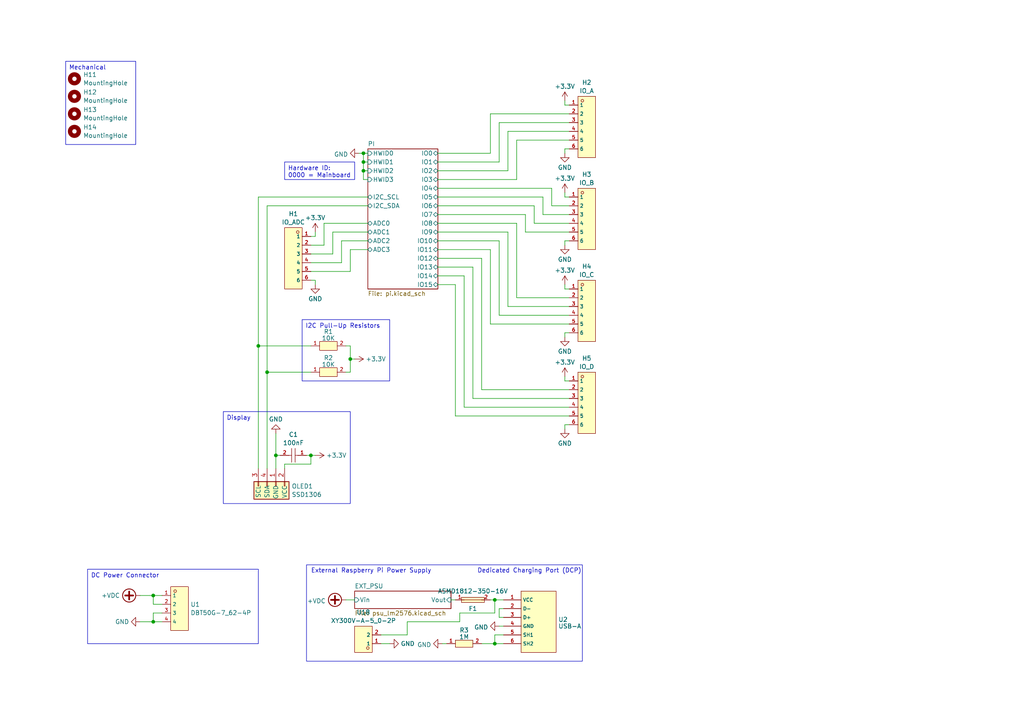
<source format=kicad_sch>
(kicad_sch (version 20230121) (generator eeschema)
  (paper "A4")
  (title_block (title "Dispensy Mainboard") (date "2024-01-21") (rev "0") (company "DrinkRobotics") (comment 1 "https://git.xythobuz.de/thomas/Dispensy") (comment 2 "Licensed under the CERN-OHL-S-2.0+") (comment 3 "PCB Thickness: 1mm") (comment 4 "Copyright (c) 2023 - 2024 Thomas Buck <thomas@xythobuz.de>"))
  (lib_symbols
    (symbol "Mechanical:MountingHole" (pin_names (offset 1.016))
      (property "Reference" "H" (at 0 5.08 0))
      (property "Value" "MountingHole" (at 0 3.175 0))
      (symbol "MountingHole_0_1"
        (circle (center 0 0) (radius 1.27) (stroke (width 1.27)))
      )
    )
    (symbol "SSD1306:SSD1306" (pin_names (offset 1.016))
      (property "Reference" "OLED" (at 0 5.08 0))
      (property "Value" "SSD1306" (at 0 -7.62 0))
      (symbol "SSD1306_1_1"
        (rectangle (start -1.27 -4.953) (end 0 -5.207) (stroke (width 0.1524)))
        (rectangle (start -1.27 -2.413) (end 0 -2.667) (stroke (width 0.1524)))
        (rectangle (start -1.27 0.127) (end 0 -0.127) (stroke (width 0.1524)))
        (rectangle (start -1.27 2.667) (end 0 2.413) (stroke (width 0.1524)))
        (rectangle (start -1.27 3.81) (end 3.81 -6.35) (stroke (width 0.254)) (fill (type background)))
        (pin power_in line (at -5.08 0 0) (length 3.81) (name "GND") (number "1"))
        (pin power_in line (at -5.08 2.54 0) (length 3.81) (name "VCC") (number "2"))
        (pin input line (at -5.08 -5.08 0) (length 3.81) (name "SCL") (number "3"))
        (pin bidirectional line (at -5.08 -2.54 0) (length 3.81) (name "SDA") (number "4"))
      )
    )
    (symbol "jlc:AC0402FR-071ML" (pin_names hide)
      (property "Reference" "R" (at 0 1.27 0))
      (property "Value" "AC0402FR-071ML" (at 0 -2.54 0))
      (symbol "AC0402FR-071ML_0_1"
        (rectangle (start -2.54 1.016) (end 2.54 -1.016) (fill (type background)))
        (pin unspecified line (at -5.08 0 0) (length 2.54) (name "1") (number "1"))
        (pin unspecified line (at 5.08 0 180) (length 2.54) (name "2") (number "2"))
      )
    )
    (symbol "jlc:ASMD1812-350-16V" (pin_names hide)
      (property "Reference" "F" (at 0 1.27 0))
      (property "Value" "ASMD1812-350-16V" (at 0 -2.54 0))
      (symbol "ASMD1812-350-16V_0_1"
        (rectangle (start -3.302 0.762) (end 3.302 -0.762) (fill (type background)))
        (polyline (pts (xy -2.54 0) (xy 2.54 0)))
        (pin unspecified line (at -5.08 0 0) (length 2.54) (name "1") (number "1"))
        (pin unspecified line (at 5.08 0 180) (length 2.54) (name "2") (number "2"))
      )
    )
    (symbol "jlc:CC0402KRX7R8BB104" (pin_names hide)
      (property "Reference" "C" (at 0 1.27 0))
      (property "Value" "CC0402KRX7R8BB104" (at 0 -2.54 0))
      (symbol "CC0402KRX7R8BB104_0_1"
        (polyline (pts (xy -1.27 0) (xy -0.508 0)))
        (polyline (pts (xy -0.508 2.032) (xy -0.508 -2.032)))
        (polyline (pts (xy 0.508 0) (xy 1.27 0)))
        (polyline (pts (xy 0.508 2.032) (xy 0.508 -2.032)))
        (pin input line (at -3.81 0 0) (length 2.54) (name "1") (number "1"))
        (pin input line (at 3.81 0 180) (length 2.54) (name "2") (number "2"))
      )
    )
    (symbol "jlc:CR-02FL6---10K" (pin_names hide)
      (property "Reference" "R" (at 0 1.27 0))
      (property "Value" "CR-02FL6---10K" (at 0 -2.54 0))
      (symbol "CR-02FL6---10K_0_1"
        (rectangle (start -2.54 1.27) (end 2.54 -1.27) (fill (type background)))
        (pin unspecified line (at -5.08 0 0) (length 2.54) (name "1") (number "1"))
        (pin unspecified line (at 5.08 0 180) (length 2.54) (name "2") (number "2"))
      )
    )
    (symbol "jlc:DBT50G-7_62-4P"
      (property "Reference" "U" (at 0 1.27 0))
      (property "Value" "DBT50G-7_62-4P" (at 0 -2.54 0))
      (symbol "DBT50G-7_62-4P_0_1"
        (rectangle (start -2.54 6.35) (end 2.54 -6.35) (fill (type background)))
        (circle (center -1.27 5.08) (radius 0.381) (fill (type background)))
        (pin unspecified line (at -5.08 3.81 0) (length 2.54) (name "1") (number "1"))
        (pin unspecified line (at -5.08 1.27 0) (length 2.54) (name "2") (number "2"))
        (pin unspecified line (at -5.08 -1.27 0) (length 2.54) (name "3") (number "3"))
        (pin unspecified line (at -5.08 -3.81 0) (length 2.54) (name "4") (number "4"))
      )
    )
    (symbol "jlc:Header-Female-2_54_1x6"
      (property "Reference" "H" (at 0 1.27 0))
      (property "Value" "Header-Female-2_54_1x6" (at 0 -2.54 0))
      (symbol "Header-Female-2_54_1x6_0_1"
        (rectangle (start -2.54 8.89) (end 2.54 -8.89) (fill (type background)))
        (circle (center -1.27 7.62) (radius 0.381) (fill (type background)))
        (pin unspecified line (at -5.08 6.35 0) (length 2.54) (name "1") (number "1"))
        (pin unspecified line (at -5.08 3.81 0) (length 2.54) (name "2") (number "2"))
        (pin unspecified line (at -5.08 1.27 0) (length 2.54) (name "3") (number "3"))
        (pin unspecified line (at -5.08 -1.27 0) (length 2.54) (name "4") (number "4"))
        (pin unspecified line (at -5.08 -3.81 0) (length 2.54) (name "5") (number "5"))
        (pin unspecified line (at -5.08 -6.35 0) (length 2.54) (name "6") (number "6"))
      )
    )
    (symbol "jlc:U-USBAR04P-F000"
      (property "Reference" "U" (at 0 1.27 0))
      (property "Value" "U-USBAR04P-F000" (at 0 -2.54 0))
      (symbol "U-USBAR04P-F000_0_1"
        (rectangle (start -2.54 10.16) (end 7.62 -7.62) (fill (type background)))
        (pin unspecified line (at -7.62 7.62 0) (length 5.08) (name "VCC") (number "1"))
        (pin unspecified line (at -7.62 5.08 0) (length 5.08) (name "D-") (number "2"))
        (pin unspecified line (at -7.62 2.54 0) (length 5.08) (name "D+") (number "3"))
        (pin unspecified line (at -7.62 0 0) (length 5.08) (name "GND") (number "4"))
        (pin unspecified line (at -7.62 -2.54 0) (length 5.08) (name "SH1") (number "5"))
        (pin unspecified line (at -7.62 -5.08 0) (length 5.08) (name "SH2") (number "6"))
      )
    )
    (symbol "jlc:XY300V-A-5_0-2P"
      (property "Reference" "U" (at 0 1.27 0))
      (property "Value" "XY300V-A-5_0-2P" (at 0 -2.54 0))
      (symbol "XY300V-A-5_0-2P_0_1"
        (rectangle (start -2.54 3.81) (end 2.54 -3.81) (fill (type background)))
        (circle (center -1.27 2.54) (radius 0.381) (fill (type background)))
        (pin unspecified line (at -5.08 1.27 0) (length 2.54) (name "1") (number "1"))
        (pin unspecified line (at -5.08 -1.27 0) (length 2.54) (name "2") (number "2"))
      )
    )
    (symbol "power:+3.3V" (power) (pin_names (offset 0))
      (property "Value" "+3.3V" (at 0 3.556 0))
      (symbol "+3.3V_0_1"
        (polyline (pts (xy -0.762 1.27) (xy 0 2.54)))
        (polyline (pts (xy 0 0) (xy 0 2.54)))
        (polyline (pts (xy 0 2.54) (xy 0.762 1.27)))
      )
      (symbol "+3.3V_1_1"
        (pin power_in line (at 0 0 90) (length 0) hide (name "+3.3V") (number "1"))
      )
    )
    (symbol "power:+VDC" (power) (pin_names (offset 0))
      (property "Value" "+VDC" (at 0 6.35 0))
      (symbol "+VDC_0_1"
        (polyline (pts (xy -1.143 3.175) (xy 1.143 3.175)) (stroke (width 0.508)))
        (polyline (pts (xy 0 0) (xy 0 1.27)))
        (polyline (pts (xy 0 2.032) (xy 0 4.318)) (stroke (width 0.508)))
        (circle (center 0 3.175) (radius 1.905) (stroke (width 0.254)))
      )
      (symbol "+VDC_1_1"
        (pin power_in line (at 0 0 90) (length 0) hide (name "+VDC") (number "1"))
      )
    )
    (symbol "power:GND" (power) (pin_names (offset 0))
      (property "Value" "GND" (at 0 -3.81 0))
      (symbol "GND_0_1"
        (polyline (pts (xy 0 0) (xy 0 -1.27) (xy 1.27 -1.27) (xy 0 -2.54) (xy -1.27 -1.27) (xy 0 -1.27)))
      )
      (symbol "GND_1_1"
        (pin power_in line (at 0 0 270) (length 0) hide (name "GND") (number "1"))
      )
    )
  )
  (junction (at 44.45 172.72))
  (junction (at 101.6 104.14))
  (junction (at 44.45 180.34))
  (junction (at 77.47 107.95))
  (junction (at 143.51 186.69))
  (junction (at 74.93 100.33))
  (junction (at 105.41 46.99))
  (junction (at 105.41 49.53))
  (junction (at 80.01 132.08))
  (junction (at 90.17 132.08))
  (junction (at 105.41 44.45))
  (junction (at 143.51 173.99))
  (wire (pts (xy 110.49 184.15) (xy 118.11 184.15)))
  (wire (pts (xy 133.35 177.8) (xy 143.51 177.8)))
  (wire (pts (xy 143.51 186.69) (xy 139.7 186.69)))
  (wire (pts (xy 144.78 176.53) (xy 146.05 176.53)))
  (wire (pts (xy 104.14 44.45) (xy 105.41 44.45)))
  (wire (pts (xy 90.17 134.62) (xy 90.17 132.08)))
  (wire (pts (xy 147.32 49.53) (xy 127 49.53)))
  (wire (pts (xy 82.55 135.89) (xy 82.55 134.62)))
  (wire (pts (xy 165.1 88.9) (xy 147.32 88.9)))
  (wire (pts (xy 80.01 132.08) (xy 80.01 135.89)))
  (wire (pts (xy 44.45 177.8) (xy 44.45 180.34)))
  (wire (pts (xy 163.83 30.48) (xy 163.83 29.21)))
  (wire (pts (xy 163.83 43.18) (xy 163.83 44.45)))
  (wire (pts (xy 142.24 72.39) (xy 127 72.39)))
  (wire (pts (xy 144.78 69.85) (xy 127 69.85)))
  (wire (pts (xy 77.47 107.95) (xy 77.47 59.69)))
  (wire (pts (xy 46.99 177.8) (xy 44.45 177.8)))
  (wire (pts (xy 77.47 59.69) (xy 106.68 59.69)))
  (wire (pts (xy 163.83 110.49) (xy 163.83 109.22)))
  (wire (pts (xy 100.33 107.95) (xy 101.6 107.95)))
  (wire (pts (xy 133.35 180.34) (xy 133.35 177.8)))
  (wire (pts (xy 101.6 78.74) (xy 101.6 72.39)))
  (wire (pts (xy 147.32 88.9) (xy 147.32 67.31)))
  (wire (pts (xy 77.47 107.95) (xy 90.17 107.95)))
  (wire (pts (xy 101.6 104.14) (xy 102.87 104.14)))
  (wire (pts (xy 132.08 120.65) (xy 165.1 120.65)))
  (wire (pts (xy 165.1 67.31) (xy 152.4 67.31)))
  (wire (pts (xy 80.01 125.73) (xy 80.01 132.08)))
  (wire (pts (xy 127 82.55) (xy 132.08 82.55)))
  (wire (pts (xy 144.78 181.61) (xy 146.05 181.61)))
  (wire (pts (xy 106.68 52.07) (xy 105.41 52.07)))
  (wire (pts (xy 105.41 52.07) (xy 105.41 49.53)))
  (wire (pts (xy 132.08 82.55) (xy 132.08 120.65)))
  (wire (pts (xy 144.78 46.99) (xy 127 46.99)))
  (wire (pts (xy 165.1 110.49) (xy 163.83 110.49)))
  (wire (pts (xy 44.45 175.26) (xy 44.45 172.72)))
  (wire (pts (xy 165.1 96.52) (xy 163.83 96.52)))
  (wire (pts (xy 137.16 115.57) (xy 137.16 77.47)))
  (wire (pts (xy 139.7 113.03) (xy 139.7 74.93)))
  (wire (pts (xy 118.11 180.34) (xy 133.35 180.34)))
  (wire (pts (xy 90.17 78.74) (xy 101.6 78.74)))
  (wire (pts (xy 74.93 57.15) (xy 106.68 57.15)))
  (wire (pts (xy 165.1 62.23) (xy 157.48 62.23)))
  (wire (pts (xy 160.02 54.61) (xy 160.02 59.69)))
  (wire (pts (xy 40.64 180.34) (xy 44.45 180.34)))
  (wire (pts (xy 128.27 186.69) (xy 129.54 186.69)))
  (wire (pts (xy 165.1 118.11) (xy 134.62 118.11)))
  (wire (pts (xy 110.49 186.69) (xy 113.03 186.69)))
  (wire (pts (xy 88.9 132.08) (xy 90.17 132.08)))
  (wire (pts (xy 44.45 172.72) (xy 46.99 172.72)))
  (wire (pts (xy 142.24 173.99) (xy 143.51 173.99)))
  (wire (pts (xy 147.32 38.1) (xy 147.32 49.53)))
  (wire (pts (xy 144.78 35.56) (xy 144.78 46.99)))
  (wire (pts (xy 165.1 30.48) (xy 163.83 30.48)))
  (wire (pts (xy 99.06 76.2) (xy 99.06 69.85)))
  (wire (pts (xy 165.1 69.85) (xy 163.83 69.85)))
  (wire (pts (xy 143.51 173.99) (xy 146.05 173.99)))
  (wire (pts (xy 74.93 135.89) (xy 74.93 100.33)))
  (wire (pts (xy 101.6 72.39) (xy 106.68 72.39)))
  (wire (pts (xy 142.24 33.02) (xy 142.24 44.45)))
  (wire (pts (xy 90.17 68.58) (xy 91.44 68.58)))
  (wire (pts (xy 90.17 76.2) (xy 99.06 76.2)))
  (wire (pts (xy 146.05 179.07) (xy 144.78 179.07)))
  (wire (pts (xy 91.44 81.28) (xy 91.44 82.55)))
  (wire (pts (xy 165.1 57.15) (xy 163.83 57.15)))
  (wire (pts (xy 101.6 107.95) (xy 101.6 104.14)))
  (wire (pts (xy 77.47 135.89) (xy 77.47 107.95)))
  (wire (pts (xy 165.1 83.82) (xy 163.83 83.82)))
  (wire (pts (xy 105.41 49.53) (xy 105.41 46.99)))
  (wire (pts (xy 143.51 184.15) (xy 143.51 186.69)))
  (wire (pts (xy 160.02 59.69) (xy 165.1 59.69)))
  (wire (pts (xy 100.33 173.99) (xy 102.87 173.99)))
  (wire (pts (xy 157.48 57.15) (xy 127 57.15)))
  (wire (pts (xy 154.94 64.77) (xy 154.94 59.69)))
  (wire (pts (xy 165.1 43.18) (xy 163.83 43.18)))
  (wire (pts (xy 165.1 91.44) (xy 144.78 91.44)))
  (wire (pts (xy 144.78 35.56) (xy 165.1 35.56)))
  (wire (pts (xy 149.86 40.64) (xy 149.86 52.07)))
  (wire (pts (xy 130.81 173.99) (xy 132.08 173.99)))
  (wire (pts (xy 142.24 44.45) (xy 127 44.45)))
  (wire (pts (xy 91.44 68.58) (xy 91.44 67.31)))
  (wire (pts (xy 80.01 132.08) (xy 81.28 132.08)))
  (wire (pts (xy 165.1 93.98) (xy 142.24 93.98)))
  (wire (pts (xy 165.1 64.77) (xy 154.94 64.77)))
  (wire (pts (xy 106.68 46.99) (xy 105.41 46.99)))
  (wire (pts (xy 146.05 184.15) (xy 143.51 184.15)))
  (wire (pts (xy 149.86 86.36) (xy 149.86 64.77)))
  (wire (pts (xy 90.17 73.66) (xy 96.52 73.66)))
  (wire (pts (xy 90.17 71.12) (xy 93.98 71.12)))
  (wire (pts (xy 147.32 67.31) (xy 127 67.31)))
  (wire (pts (xy 40.64 172.72) (xy 44.45 172.72)))
  (wire (pts (xy 142.24 93.98) (xy 142.24 72.39)))
  (wire (pts (xy 46.99 175.26) (xy 44.45 175.26)))
  (wire (pts (xy 143.51 177.8) (xy 143.51 173.99)))
  (wire (pts (xy 165.1 115.57) (xy 137.16 115.57)))
  (wire (pts (xy 101.6 100.33) (xy 101.6 104.14)))
  (wire (pts (xy 105.41 46.99) (xy 105.41 44.45)))
  (wire (pts (xy 90.17 81.28) (xy 91.44 81.28)))
  (wire (pts (xy 157.48 62.23) (xy 157.48 57.15)))
  (wire (pts (xy 163.83 57.15) (xy 163.83 55.88)))
  (wire (pts (xy 152.4 67.31) (xy 152.4 62.23)))
  (wire (pts (xy 44.45 180.34) (xy 46.99 180.34)))
  (wire (pts (xy 74.93 100.33) (xy 90.17 100.33)))
  (wire (pts (xy 147.32 38.1) (xy 165.1 38.1)))
  (wire (pts (xy 144.78 91.44) (xy 144.78 69.85)))
  (wire (pts (xy 100.33 100.33) (xy 101.6 100.33)))
  (wire (pts (xy 90.17 132.08) (xy 91.44 132.08)))
  (wire (pts (xy 105.41 44.45) (xy 106.68 44.45)))
  (wire (pts (xy 93.98 71.12) (xy 93.98 64.77)))
  (wire (pts (xy 139.7 74.93) (xy 127 74.93)))
  (wire (pts (xy 99.06 69.85) (xy 106.68 69.85)))
  (wire (pts (xy 163.83 96.52) (xy 163.83 97.79)))
  (wire (pts (xy 163.83 123.19) (xy 163.83 124.46)))
  (wire (pts (xy 93.98 64.77) (xy 106.68 64.77)))
  (wire (pts (xy 154.94 59.69) (xy 127 59.69)))
  (wire (pts (xy 152.4 62.23) (xy 127 62.23)))
  (wire (pts (xy 149.86 40.64) (xy 165.1 40.64)))
  (wire (pts (xy 127 54.61) (xy 160.02 54.61)))
  (wire (pts (xy 134.62 80.01) (xy 127 80.01)))
  (wire (pts (xy 142.24 33.02) (xy 165.1 33.02)))
  (wire (pts (xy 149.86 52.07) (xy 127 52.07)))
  (wire (pts (xy 96.52 67.31) (xy 106.68 67.31)))
  (wire (pts (xy 163.83 69.85) (xy 163.83 71.12)))
  (wire (pts (xy 105.41 49.53) (xy 106.68 49.53)))
  (wire (pts (xy 165.1 113.03) (xy 139.7 113.03)))
  (wire (pts (xy 74.93 100.33) (xy 74.93 57.15)))
  (wire (pts (xy 118.11 184.15) (xy 118.11 180.34)))
  (wire (pts (xy 143.51 186.69) (xy 146.05 186.69)))
  (wire (pts (xy 163.83 83.82) (xy 163.83 82.55)))
  (wire (pts (xy 134.62 118.11) (xy 134.62 80.01)))
  (wire (pts (xy 82.55 134.62) (xy 90.17 134.62)))
  (wire (pts (xy 165.1 86.36) (xy 149.86 86.36)))
  (wire (pts (xy 149.86 64.77) (xy 127 64.77)))
  (wire (pts (xy 144.78 179.07) (xy 144.78 176.53)))
  (wire (pts (xy 96.52 73.66) (xy 96.52 67.31)))
  (wire (pts (xy 165.1 123.19) (xy 163.83 123.19)))
  (wire (pts (xy 137.16 77.47) (xy 127 77.47)))
  (rectangle (start 88.9 163.83) (end 168.91 191.77))
  (text_box "Hardware ID:\n0000 = Mainboard" (at 82.55 46.99 0) (size 20.32 5.08) (effects (font (size 1.27 1.27)) (justify left top)))
  (text_box "DC Power Connector" (at 25.4 165.1 0) (size 49.53 21.59) (effects (font (size 1.27 1.27)) (justify left top)))
  (text_box "I2C Pull-Up Resistors" (at 87.63 92.71 0) (size 25.4 17.78) (effects (font (size 1.27 1.27)) (justify left top)))
  (text_box "Display" (at 64.77 119.38 0) (size 36.83 26.67) (effects (font (size 1.27 1.27)) (justify left top)))
  (text_box "Mechanical" (at 19.05 17.78 0) (size 20.32 24.13) (effects (font (size 1.27 1.27)) (justify left top)))
  (text "Dedicated Charging Port (DCP)" (at 138.43 166.37 0) (effects (font (size 1.27 1.27)) (justify left bottom)))
  (text "External Raspberry Pi Power Supply" (at 90.17 166.37 0) (effects (font (size 1.27 1.27)) (justify left bottom)))
  (symbol (lib_id "Mechanical:MountingHole") (at 21.59 22.86 0) (unit 1)
    (property "Reference" "H11" (at 24.13 21.6479 0) (effects (justify left)))
    (property "Value" "MountingHole" (at 24.13 24.0721 0) (effects (justify left)))
    (property "Footprint" "MountingHole:MountingHole_3.2mm_M3_Pad_TopBottom" (effects hide))
  )
  (symbol (lib_id "power:+3.3V") (at 163.83 82.55 0) (unit 1)
    (property "Reference" "#PWR016" (effects hide))
    (property "Value" "+3.3V" (at 163.83 78.4169 0))
  )
  (symbol (lib_id "jlc:CC0402KRX7R8BB104") (at 85.09 132.08 180) (unit 1)
    (property "Reference" "C1" (at 85.09 126.0307 0))
    (property "Value" "100nF" (at 85.09 128.4549 0))
    (property "Footprint" "jlc_footprints:C0402" (effects hide))
    (property "Datasheet" "https://item.szlcsc.com/15869.html" (effects hide))
    (property "LCSC" "C105883" (effects hide))
    (property "Capacitance" "100nF" (effects hide))
  )
  (symbol (lib_id "SSD1306:SSD1306") (at 80.01 140.97 270) (unit 1)
    (property "Reference" "OLED1" (at 84.582 141.0279 90) (effects (justify left)))
    (property "Value" "SSD1306" (at 84.582 143.4521 90) (effects (justify left)))
    (property "Footprint" "extern:SSD1306_0.96_Oled" (effects hide))
  )
  (symbol (lib_id "power:GND") (at 80.01 125.73 180) (unit 1)
    (property "Reference" "#PWR03" (effects hide))
    (property "Value" "GND" (at 80.01 121.5969 0))
  )
  (symbol (lib_id "power:GND") (at 144.78 181.61 270) (unit 1)
    (property "Reference" "#PWR011" (effects hide))
    (property "Value" "GND" (at 141.6051 181.9268 90) (effects (justify right)))
  )
  (symbol (lib_id "Mechanical:MountingHole") (at 21.59 33.02 0) (unit 1)
    (property "Reference" "H13" (at 24.13 31.8079 0) (effects (justify left)))
    (property "Value" "MountingHole" (at 24.13 34.2321 0) (effects (justify left)))
    (property "Footprint" "MountingHole:MountingHole_3.2mm_M3_Pad_TopBottom" (effects hide))
  )
  (symbol (lib_id "jlc:U-USBAR04P-F000") (at 153.67 181.61 0) (unit 1)
    (property "Reference" "U2" (at 161.925 179.6963 0) (effects (justify left)))
    (property "Value" "USB-A" (at 161.925 181.6173 0) (effects (justify left)))
    (property "Footprint" "jlc_footprints:USB-A-TH_USB-302-T" (effects hide))
    (property "Datasheet" "https://item.szlcsc.com/113689.html" (effects hide))
    (property "LCSC" "C386740" (effects hide))
  )
  (symbol (lib_id "power:GND") (at 163.83 97.79 0) (unit 1)
    (property "Reference" "#PWR017" (effects hide))
    (property "Value" "GND" (at 163.83 101.9231 0))
  )
  (symbol (lib_id "jlc:XY300V-A-5_0-2P") (at 105.41 185.42 180) (unit 1)
    (property "Reference" "U18" (at 105.41 177.5927 0))
    (property "Value" "XY300V-A-5_0-2P" (at 105.41 180.0169 0))
    (property "Footprint" "jlc_footprints:CONN-TH_XY300V-A-5.0-2P" (effects hide))
    (property "Datasheet" "https://atta.szlcsc.com/upload/public/pdf/source/20200527/C557648_4A2FA4132AA24EE423B62B1474E9B5BB.pdf" (effects hide))
    (property "LCSC" "C557648" (effects hide))
  )
  (symbol (lib_id "jlc:CR-02FL6---10K") (at 95.25 107.95 0) (unit 1)
    (property "Reference" "R2" (at 95.25 103.7971 0))
    (property "Value" "10K" (at 95.25 105.7181 0))
    (property "Footprint" "jlc_footprints:R0402" (effects hide))
    (property "Datasheet" "https://item.szlcsc.com/323315.html" (effects hide))
    (property "LCSC" "C406733" (effects hide))
    (property "Resistance" "10kΩ" (effects hide))
  )
  (symbol (lib_id "jlc:Header-Female-2_54_1x6") (at 170.18 116.84 0) (unit 1)
    (property "Reference" "H5" (at 170.18 103.9327 0))
    (property "Value" "IO_D" (at 170.18 106.3569 0))
    (property "Footprint" "jlc_footprints:HDR-TH_6P-P2.54-V-F" (effects hide))
    (property "Datasheet" "https://so.szlcsc.com/global.html?c=&k=C40877" (effects hide))
    (property "LCSC" "C40877" (effects hide))
  )
  (symbol (lib_id "jlc:Header-Female-2_54_1x6") (at 170.18 36.83 0) (unit 1)
    (property "Reference" "H2" (at 170.18 23.9227 0))
    (property "Value" "IO_A" (at 170.18 26.3469 0))
    (property "Footprint" "jlc_footprints:HDR-TH_6P-P2.54-V-F" (effects hide))
    (property "Datasheet" "https://so.szlcsc.com/global.html?c=&k=C40877" (effects hide))
    (property "LCSC" "C40877" (effects hide))
  )
  (symbol (lib_id "power:+3.3V") (at 102.87 104.14 270) (unit 1)
    (property "Reference" "#PWR08" (effects hide))
    (property "Value" "+3.3V" (at 106.045 104.14 90) (effects (justify left)))
  )
  (symbol (lib_id "jlc:ASMD1812-350-16V") (at 137.16 173.99 0) (unit 1)
    (property "Reference" "F1" (at 137.16 176.53 0))
    (property "Value" "ASMD1812-350-16V" (at 137.16 171.45 0))
    (property "Footprint" "jlc_footprints:F1812" (effects hide))
    (property "Datasheet" "https://item.szlcsc.com/343302.html" (effects hide))
    (property "LCSC" "C2982285" (effects hide))
  )
  (symbol (lib_id "power:GND") (at 128.27 186.69 270) (unit 1)
    (property "Reference" "#PWR010" (effects hide))
    (property "Value" "GND" (at 125.0951 187.0068 90) (effects (justify right)))
  )
  (symbol (lib_id "power:+VDC") (at 40.64 172.72 90) (unit 1)
    (property "Reference" "#PWR01" (effects hide))
    (property "Value" "+VDC" (at 34.798 172.72 90) (effects (justify left)))
  )
  (symbol (lib_id "power:GND") (at 113.03 186.69 90) (unit 1)
    (property "Reference" "#PWR073" (effects hide))
    (property "Value" "GND" (at 116.205 186.69 90) (effects (justify right)))
  )
  (symbol (lib_id "Mechanical:MountingHole") (at 21.59 27.94 0) (unit 1)
    (property "Reference" "H12" (at 24.13 26.7279 0) (effects (justify left)))
    (property "Value" "MountingHole" (at 24.13 29.1521 0) (effects (justify left)))
    (property "Footprint" "MountingHole:MountingHole_3.2mm_M3_Pad_TopBottom" (effects hide))
  )
  (symbol (lib_id "jlc:DBT50G-7_62-4P") (at 52.07 176.53 0) (unit 1)
    (property "Reference" "U1" (at 55.245 175.3179 0) (effects (justify left)))
    (property "Value" "DBT50G-7_62-4P" (at 55.245 177.7421 0) (effects (justify left)))
    (property "Footprint" "jlc_footprints:CONN-TH_4P-P7.62_L15.2-W31.7-EX4.2" (effects hide))
    (property "Datasheet" "https://item.szlcsc.com/512151.html?ref=editor&logined=true" (effects hide))
    (property "LCSC" "C496132" (effects hide))
  )
  (symbol (lib_id "jlc:AC0402FR-071ML") (at 134.62 186.69 0) (unit 1)
    (property "Reference" "R3" (at 134.62 182.7911 0))
    (property "Value" "1M" (at 134.62 184.7121 0))
    (property "Footprint" "jlc_footprints:R0402" (effects hide))
    (property "Datasheet" "https://item.szlcsc.com/323315.html" (effects hide))
    (property "LCSC" "C144787" (effects hide))
    (property "Resistance" "1MΩ" (effects hide))
  )
  (symbol (lib_id "power:GND") (at 104.14 44.45 270) (unit 1)
    (property "Reference" "#PWR09" (effects hide))
    (property "Value" "GND" (at 100.9651 44.7668 90) (effects (justify right)))
  )
  (symbol (lib_id "power:GND") (at 163.83 124.46 0) (unit 1)
    (property "Reference" "#PWR019" (effects hide))
    (property "Value" "GND" (at 163.83 128.5931 0))
  )
  (symbol (lib_id "power:GND") (at 91.44 82.55 0) (mirror y) (unit 1)
    (property "Reference" "#PWR05" (effects hide))
    (property "Value" "GND" (at 91.44 86.6831 0))
  )
  (symbol (lib_id "power:+VDC") (at 100.33 173.99 90) (unit 1)
    (property "Reference" "#PWR07" (effects hide))
    (property "Value" "+VDC" (at 94.488 174.3068 90) (effects (justify left)))
  )
  (symbol (lib_id "power:+3.3V") (at 163.83 29.21 0) (unit 1)
    (property "Reference" "#PWR012" (effects hide))
    (property "Value" "+3.3V" (at 163.83 25.0769 0))
  )
  (symbol (lib_id "power:+3.3V") (at 163.83 109.22 0) (unit 1)
    (property "Reference" "#PWR018" (effects hide))
    (property "Value" "+3.3V" (at 163.83 105.0869 0))
  )
  (symbol (lib_id "power:+3.3V") (at 91.44 67.31 0) (mirror y) (unit 1)
    (property "Reference" "#PWR04" (effects hide))
    (property "Value" "+3.3V" (at 91.44 63.1769 0))
  )
  (symbol (lib_id "jlc:Header-Female-2_54_1x6") (at 170.18 90.17 0) (unit 1)
    (property "Reference" "H4" (at 170.18 77.2627 0))
    (property "Value" "IO_C" (at 170.18 79.6869 0))
    (property "Footprint" "jlc_footprints:HDR-TH_6P-P2.54-V-F" (effects hide))
    (property "Datasheet" "https://so.szlcsc.com/global.html?c=&k=C40877" (effects hide))
    (property "LCSC" "C40877" (effects hide))
  )
  (symbol (lib_id "power:GND") (at 40.64 180.34 270) (unit 1)
    (property "Reference" "#PWR02" (effects hide))
    (property "Value" "GND" (at 37.4651 180.34 90) (effects (justify right)))
  )
  (symbol (lib_id "power:GND") (at 163.83 44.45 0) (unit 1)
    (property "Reference" "#PWR013" (effects hide))
    (property "Value" "GND" (at 163.83 48.5831 0))
  )
  (symbol (lib_id "power:GND") (at 163.83 71.12 0) (unit 1)
    (property "Reference" "#PWR015" (effects hide))
    (property "Value" "GND" (at 163.83 75.2531 0))
  )
  (symbol (lib_id "power:+3.3V") (at 91.44 132.08 270) (unit 1)
    (property "Reference" "#PWR06" (effects hide))
    (property "Value" "+3.3V" (at 94.615 132.08 90) (effects (justify left)))
  )
  (symbol (lib_id "jlc:Header-Female-2_54_1x6") (at 85.09 74.93 0) (mirror y) (unit 1)
    (property "Reference" "H1" (at 85.09 62.0227 0))
    (property "Value" "IO_ADC" (at 85.09 64.4469 0))
    (property "Footprint" "jlc_footprints:HDR-TH_6P-P2.54-V-F" (effects hide))
    (property "Datasheet" "https://so.szlcsc.com/global.html?c=&k=C40877" (effects hide))
    (property "LCSC" "C40877" (effects hide))
  )
  (symbol (lib_id "power:+3.3V") (at 163.83 55.88 0) (unit 1)
    (property "Reference" "#PWR014" (effects hide))
    (property "Value" "+3.3V" (at 163.83 51.7469 0))
  )
  (symbol (lib_id "jlc:Header-Female-2_54_1x6") (at 170.18 63.5 0) (unit 1)
    (property "Reference" "H3" (at 170.18 50.5927 0))
    (property "Value" "IO_B" (at 170.18 53.0169 0))
    (property "Footprint" "jlc_footprints:HDR-TH_6P-P2.54-V-F" (effects hide))
    (property "Datasheet" "https://so.szlcsc.com/global.html?c=&k=C40877" (effects hide))
    (property "LCSC" "C40877" (effects hide))
  )
  (symbol (lib_id "jlc:CR-02FL6---10K") (at 95.25 100.33 0) (unit 1)
    (property "Reference" "R1" (at 95.25 96.1771 0))
    (property "Value" "10K" (at 95.25 98.0981 0))
    (property "Footprint" "jlc_footprints:R0402" (effects hide))
    (property "Datasheet" "https://item.szlcsc.com/323315.html" (effects hide))
    (property "LCSC" "C406733" (effects hide))
    (property "Resistance" "10kΩ" (effects hide))
  )
  (symbol (lib_id "Mechanical:MountingHole") (at 21.59 38.1 0) (unit 1)
    (property "Reference" "H14" (at 24.13 36.8879 0) (effects (justify left)))
    (property "Value" "MountingHole" (at 24.13 39.3121 0) (effects (justify left)))
    (property "Footprint" "MountingHole:MountingHole_3.2mm_M3_Pad_TopBottom" (effects hide))
  )
  (sheet (at 102.87 171.45) (size 27.94 5.08) (stroke (width 0.1524))
    (property "Sheetname" "EXT_PSU" (at 102.87 170.7384 0) (effects (justify left bottom)))
    (property "Sheetfile" "psu_lm2576.kicad_sch" (at 102.87 177.1146 0) (effects (justify left top)))
    (pin "Vout" input (at 130.81 173.99 0))
    (pin "Vin" input (at 102.87 173.99 180))
  )
  (sheet (at 106.68 43.18) (size 20.32 40.64) (stroke (width 0.1524))
    (property "Sheetname" "PI" (at 106.68 42.4684 0) (effects (justify left bottom)))
    (property "Sheetfile" "pi.kicad_sch" (at 106.68 84.4046 0) (effects (justify left top)))
    (pin "IO8" bidirectional (at 127 64.77 0))
    (pin "IO9" bidirectional (at 127 67.31 0))
    (pin "IO5" bidirectional (at 127 57.15 0))
    (pin "IO6" bidirectional (at 127 59.69 0))
    (pin "IO7" bidirectional (at 127 62.23 0))
    (pin "IO4" bidirectional (at 127 54.61 0))
    (pin "IO3" bidirectional (at 127 52.07 0))
    (pin "IO2" bidirectional (at 127 49.53 0))
    (pin "IO1" bidirectional (at 127 46.99 0))
    (pin "IO0" bidirectional (at 127 44.45 0))
    (pin "IO15" bidirectional (at 127 82.55 0))
    (pin "IO14" bidirectional (at 127 80.01 0))
    (pin "ADC1" bidirectional (at 106.68 67.31 180))
    (pin "ADC2" bidirectional (at 106.68 69.85 180))
    (pin "ADC3" bidirectional (at 106.68 72.39 180))
    (pin "ADC0" bidirectional (at 106.68 64.77 180))
    (pin "IO12" bidirectional (at 127 74.93 0))
    (pin "I2C_SDA" bidirectional (at 106.68 59.69 180))
    (pin "IO13" bidirectional (at 127 77.47 0))
    (pin "IO10" bidirectional (at 127 69.85 0))
    (pin "IO11" bidirectional (at 127 72.39 0))
    (pin "I2C_SCL" bidirectional (at 106.68 57.15 180))
    (pin "HWID2" input (at 106.68 49.53 180))
    (pin "HWID3" input (at 106.68 52.07 180))
    (pin "HWID0" input (at 106.68 44.45 180))
    (pin "HWID1" input (at 106.68 46.99 180))
  )
)
</source>
